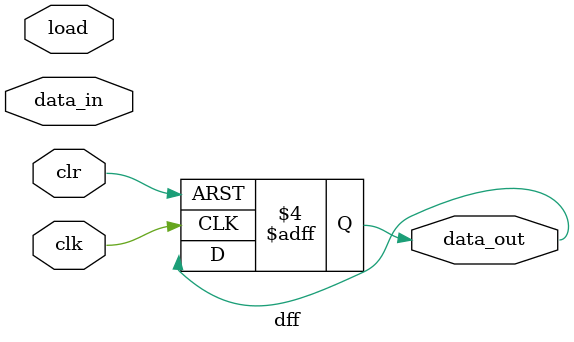
<source format=v>
module dff (
   output reg data_out,
   input data_in,
   input load,
   input clk,
   input clr
);

  always @ (posedge clk or negedge clr)
  begin
      if(!clr)
        data_out <= 0;
      else if (load) begin
        data_in <= data_in;
    end
  end

endmodule
</source>
